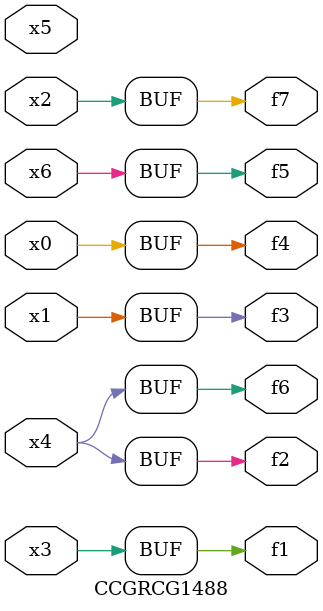
<source format=v>
module CCGRCG1488(
	input x0, x1, x2, x3, x4, x5, x6,
	output f1, f2, f3, f4, f5, f6, f7
);
	assign f1 = x3;
	assign f2 = x4;
	assign f3 = x1;
	assign f4 = x0;
	assign f5 = x6;
	assign f6 = x4;
	assign f7 = x2;
endmodule

</source>
